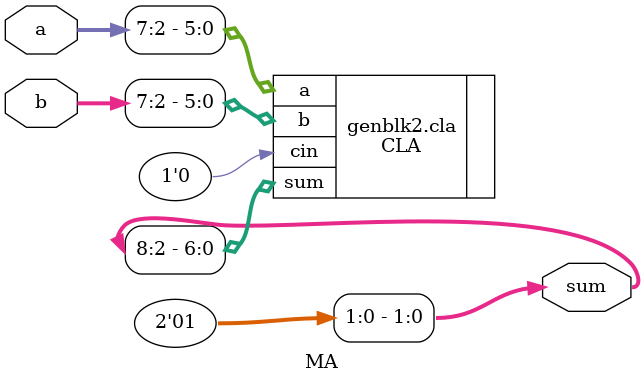
<source format=sv>

module MA #(
    parameter BITWIDTH = 8,
    parameter BORDER   = 2,
    parameter SUBTYPE  = 1
)(
    input  logic [BITWIDTH-1:0] a,
    input  logic [BITWIDTH-1:0] b,

    output logic [BITWIDTH:0] sum
);

    // Approximate region - static median value of dist
    assign sum[BORDER-1] = 0;

    generate;
        for (genvar i = 0; i < BORDER-1; i++) begin : la_gen_approx
            assign sum[i] = 1;
        end
    endgenerate

    // Accurate region
    generate;
        if (SUBTYPE == 0) begin
            RCA #( .BITWIDTH ( BITWIDTH - BORDER ) ) rca (
                .a   ( a[BITWIDTH-1 : BORDER] ),
                .b   ( b[BITWIDTH-1 : BORDER] ),
                .cin ( 1'b0                   ), 
                .sum ( sum[BITWIDTH : BORDER] )
            );
        end else begin
            CLA #( .BITWIDTH (BITWIDTH - BORDER )) cla (
                .a   ( a[BITWIDTH-1 : BORDER] ),
                .b   ( b[BITWIDTH-1 : BORDER] ),
                .cin ( 1'b0                   ), 
                .sum ( sum[BITWIDTH : BORDER] )
            );
        end
    endgenerate
    
endmodule
</source>
